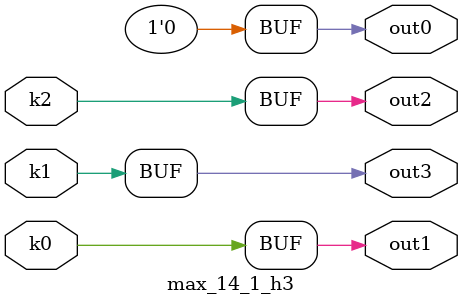
<source format=v>
module max_14_1(pi00, pi01, pi02, pi03, pi04, pi05, pi06, pi07, pi08, pi09, po0, po1, po2, po3);
input pi00, pi01, pi02, pi03, pi04, pi05, pi06, pi07, pi08, pi09;
output po0, po1, po2, po3;
wire k0, k1, k2;
max_14_1_w3 DUT1 (pi00, pi01, pi02, pi03, pi04, pi05, pi06, pi07, pi08, pi09, k0, k1, k2);
max_14_1_h3 DUT2 (k0, k1, k2, po0, po1, po2, po3);
endmodule

module max_14_1_w3(in9, in8, in7, in6, in5, in4, in3, in2, in1, in0, k2, k1, k0);
input in9, in8, in7, in6, in5, in4, in3, in2, in1, in0;
output k2, k1, k0;
assign k0 =   in1 ? ~in8 : ~in5;
assign k1 =   ~in2 & ((((in9 & (~in6 | (~in3 & ~in0))) | (~in6 & ~in3 & ~in0)) & (in7 | ~in4) & (in8 | ~in5)) | (in8 & ~in5 & (in7 | ~in4)) | (in7 & ~in4));
assign k2 =   in1 ? ~in9 : ~in6;
endmodule

module max_14_1_h3(k2, k1, k0, out3, out2, out1, out0);
input k2, k1, k0;
output out3, out2, out1, out0;
assign out0 = 0;
assign out1 = k0;
assign out2 = k2;
assign out3 = k1;
endmodule

</source>
